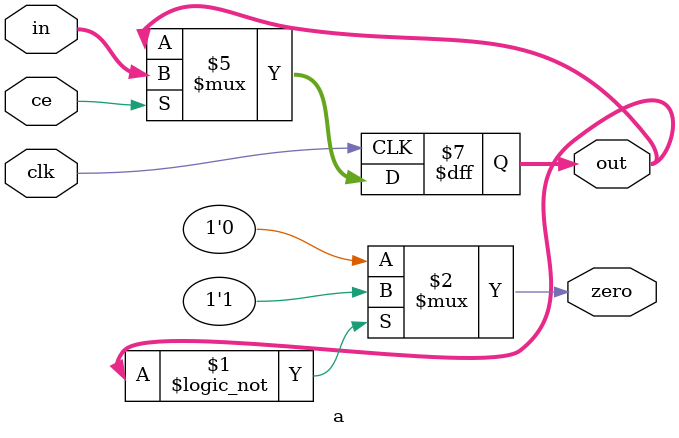
<source format=v>
module a(ce, clk, in, out, zero);

parameter WIDTH = 4;

input ce, clk;
input [WIDTH-1:0] in;
output zero;
output reg [WIDTH-1:0] out;

initial begin
    out <= 16'd0;
end
assign zero = (out == 16'd0) ? 1'd1 : 1'd0;

always @(negedge clk) begin
    if(ce) begin
        out <= in;
        // zero <= (in == 0) ? 1 : 0;
    end
end

endmodule
</source>
